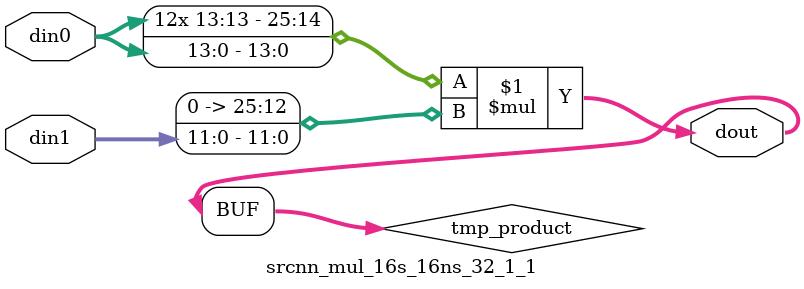
<source format=v>

`timescale 1 ns / 1 ps

  module srcnn_mul_16s_16ns_32_1_1(din0, din1, dout);
parameter ID = 1;
parameter NUM_STAGE = 0;
parameter din0_WIDTH = 14;
parameter din1_WIDTH = 12;
parameter dout_WIDTH = 26;

input [din0_WIDTH - 1 : 0] din0; 
input [din1_WIDTH - 1 : 0] din1; 
output [dout_WIDTH - 1 : 0] dout;

wire signed [dout_WIDTH - 1 : 0] tmp_product;












assign tmp_product = $signed(din0) * $signed({1'b0, din1});









assign dout = tmp_product;







endmodule

</source>
